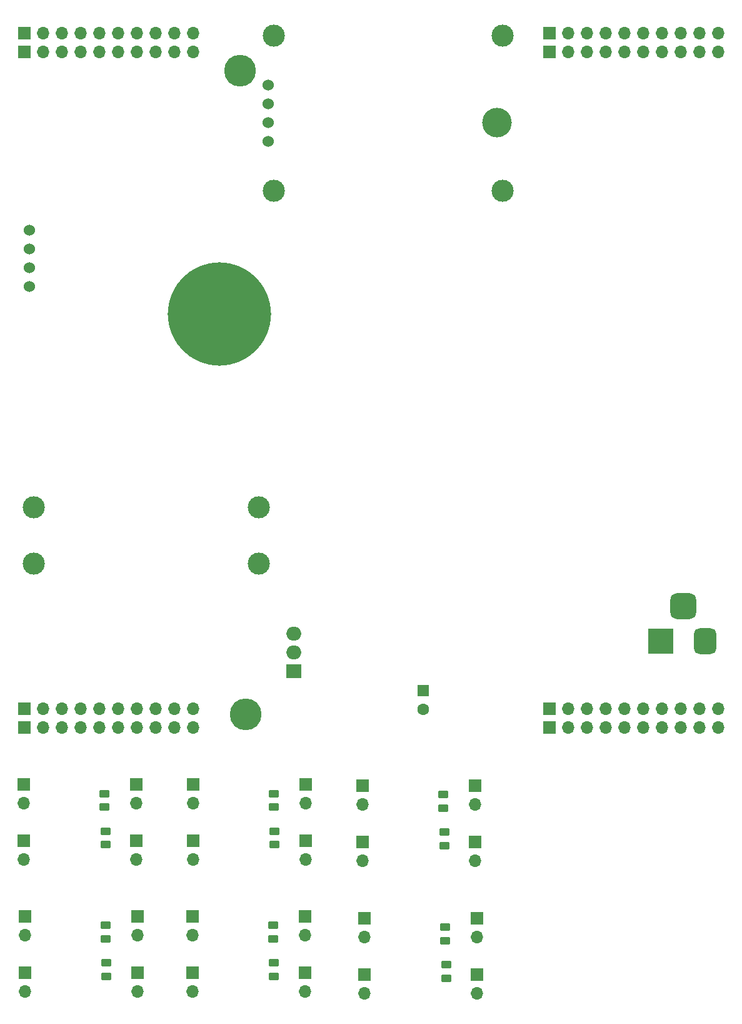
<source format=gbr>
%TF.GenerationSoftware,KiCad,Pcbnew,6.0.7-f9a2dced07~116~ubuntu20.04.1*%
%TF.CreationDate,2022-10-31T15:28:57+01:00*%
%TF.ProjectId,av_citynode_hw,61765f63-6974-4796-9e6f-64655f68772e,rev?*%
%TF.SameCoordinates,Original*%
%TF.FileFunction,Soldermask,Bot*%
%TF.FilePolarity,Negative*%
%FSLAX46Y46*%
G04 Gerber Fmt 4.6, Leading zero omitted, Abs format (unit mm)*
G04 Created by KiCad (PCBNEW 6.0.7-f9a2dced07~116~ubuntu20.04.1) date 2022-10-31 15:28:57*
%MOMM*%
%LPD*%
G01*
G04 APERTURE LIST*
G04 Aperture macros list*
%AMRoundRect*
0 Rectangle with rounded corners*
0 $1 Rounding radius*
0 $2 $3 $4 $5 $6 $7 $8 $9 X,Y pos of 4 corners*
0 Add a 4 corners polygon primitive as box body*
4,1,4,$2,$3,$4,$5,$6,$7,$8,$9,$2,$3,0*
0 Add four circle primitives for the rounded corners*
1,1,$1+$1,$2,$3*
1,1,$1+$1,$4,$5*
1,1,$1+$1,$6,$7*
1,1,$1+$1,$8,$9*
0 Add four rect primitives between the rounded corners*
20,1,$1+$1,$2,$3,$4,$5,0*
20,1,$1+$1,$4,$5,$6,$7,0*
20,1,$1+$1,$6,$7,$8,$9,0*
20,1,$1+$1,$8,$9,$2,$3,0*%
G04 Aperture macros list end*
%ADD10R,1.700000X1.700000*%
%ADD11O,1.700000X1.700000*%
%ADD12C,4.300000*%
%ADD13C,3.000000*%
%ADD14C,14.000000*%
%ADD15C,1.524000*%
%ADD16R,2.000000X1.905000*%
%ADD17O,2.000000X1.905000*%
%ADD18C,4.000000*%
%ADD19R,1.600000X1.600000*%
%ADD20C,1.600000*%
%ADD21R,3.500000X3.500000*%
%ADD22RoundRect,0.750000X0.750000X1.000000X-0.750000X1.000000X-0.750000X-1.000000X0.750000X-1.000000X0*%
%ADD23RoundRect,0.875000X0.875000X0.875000X-0.875000X0.875000X-0.875000X-0.875000X0.875000X-0.875000X0*%
%ADD24RoundRect,0.250000X0.450000X-0.262500X0.450000X0.262500X-0.450000X0.262500X-0.450000X-0.262500X0*%
%ADD25RoundRect,0.250000X-0.450000X0.262500X-0.450000X-0.262500X0.450000X-0.262500X0.450000X0.262500X0*%
G04 APERTURE END LIST*
D10*
%TO.C,J10*%
X1815500Y22126000D03*
D11*
X4355500Y22126000D03*
X6895500Y22126000D03*
X9435500Y22126000D03*
X11975500Y22126000D03*
X14515500Y22126000D03*
X17055500Y22126000D03*
X19595500Y22126000D03*
X22135500Y22126000D03*
X24675500Y22126000D03*
%TD*%
D10*
%TO.C,J11*%
X72935500Y-71854000D03*
D11*
X75475500Y-71854000D03*
X78015500Y-71854000D03*
X80555500Y-71854000D03*
X83095500Y-71854000D03*
X85635500Y-71854000D03*
X88175500Y-71854000D03*
X90715500Y-71854000D03*
X93255500Y-71854000D03*
X95795500Y-71854000D03*
%TD*%
D12*
%TO.C,H5*%
X31025500Y17046000D03*
%TD*%
D10*
%TO.C,J17*%
X1815500Y19586000D03*
D11*
X4355500Y19586000D03*
X6895500Y19586000D03*
X9435500Y19586000D03*
X11975500Y19586000D03*
X14515500Y19586000D03*
X17055500Y19586000D03*
X19595500Y19586000D03*
X22135500Y19586000D03*
X24675500Y19586000D03*
%TD*%
D13*
%TO.C,U5*%
X33565500Y-49629000D03*
X33565500Y-42009000D03*
X3085500Y-42009000D03*
X3085500Y-49629000D03*
%TD*%
D10*
%TO.C,J19*%
X1815500Y-69314000D03*
D11*
X4355500Y-69314000D03*
X6895500Y-69314000D03*
X9435500Y-69314000D03*
X11975500Y-69314000D03*
X14515500Y-69314000D03*
X17055500Y-69314000D03*
X19595500Y-69314000D03*
X22135500Y-69314000D03*
X24675500Y-69314000D03*
%TD*%
D14*
%TO.C,H8*%
X28180700Y-15872400D03*
%TD*%
D10*
%TO.C,J12*%
X1815500Y-71854000D03*
D11*
X4355500Y-71854000D03*
X6895500Y-71854000D03*
X9435500Y-71854000D03*
X11975500Y-71854000D03*
X14515500Y-71854000D03*
X17055500Y-71854000D03*
X19595500Y-71854000D03*
X22135500Y-71854000D03*
X24675500Y-71854000D03*
%TD*%
D15*
%TO.C,U4*%
X2450500Y-4544000D03*
X2450500Y-7084000D03*
X2450500Y-9624000D03*
X2450500Y-12164000D03*
%TD*%
D10*
%TO.C,J16*%
X72935500Y19586000D03*
D11*
X75475500Y19586000D03*
X78015500Y19586000D03*
X80555500Y19586000D03*
X83095500Y19586000D03*
X85635500Y19586000D03*
X88175500Y19586000D03*
X90715500Y19586000D03*
X93255500Y19586000D03*
X95795500Y19586000D03*
%TD*%
D10*
%TO.C,J18*%
X72935500Y-69314000D03*
D11*
X75475500Y-69314000D03*
X78015500Y-69314000D03*
X80555500Y-69314000D03*
X83095500Y-69314000D03*
X85635500Y-69314000D03*
X88175500Y-69314000D03*
X90715500Y-69314000D03*
X93255500Y-69314000D03*
X95795500Y-69314000D03*
%TD*%
D16*
%TO.C,U8*%
X38320500Y-64234000D03*
D17*
X38320500Y-61694000D03*
X38320500Y-59154000D03*
%TD*%
D12*
%TO.C,H6*%
X31787500Y-70076000D03*
%TD*%
D13*
%TO.C,U14*%
X66585500Y21831000D03*
X35585500Y831000D03*
X35585500Y21831000D03*
D18*
X65835500Y10081000D03*
D13*
X66585500Y831000D03*
D15*
X34835500Y15141000D03*
X34835500Y12601000D03*
X34835500Y10061000D03*
X34835500Y7521000D03*
%TD*%
D19*
%TO.C,C20*%
X55790500Y-66838888D03*
D20*
X55790500Y-69338888D03*
%TD*%
D21*
%TO.C,J8*%
X88017500Y-60111500D03*
D22*
X94017500Y-60111500D03*
D23*
X91017500Y-55411500D03*
%TD*%
D10*
%TO.C,J9*%
X72935500Y22126000D03*
D11*
X75475500Y22126000D03*
X78015500Y22126000D03*
X80555500Y22126000D03*
X83095500Y22126000D03*
X85635500Y22126000D03*
X88175500Y22126000D03*
X90715500Y22126000D03*
X93255500Y22126000D03*
X95795500Y22126000D03*
%TD*%
D10*
%TO.C,J4*%
X24536000Y-104989000D03*
D11*
X24536000Y-107529000D03*
%TD*%
D24*
%TO.C,R1*%
X35585000Y-105497000D03*
X35585000Y-103672000D03*
%TD*%
D10*
%TO.C,J3*%
X47858000Y-97654000D03*
D11*
X47858000Y-100194000D03*
%TD*%
D10*
%TO.C,J2*%
X39776000Y-104989000D03*
D11*
X39776000Y-107529000D03*
%TD*%
D25*
%TO.C,R2*%
X12758000Y-98592000D03*
X12758000Y-100417000D03*
%TD*%
D10*
%TO.C,J1*%
X39776000Y-97369000D03*
D11*
X39776000Y-99909000D03*
%TD*%
D10*
%TO.C,J3*%
X1736000Y-79569000D03*
D11*
X1736000Y-82109000D03*
%TD*%
D10*
%TO.C,J2*%
X17076000Y-104989000D03*
D11*
X17076000Y-107529000D03*
%TD*%
D24*
%TO.C,R1*%
X58907000Y-105782000D03*
X58907000Y-103957000D03*
%TD*%
%TO.C,R1*%
X58685000Y-87797000D03*
X58685000Y-85972000D03*
%TD*%
D10*
%TO.C,J3*%
X24536000Y-97369000D03*
D11*
X24536000Y-99909000D03*
%TD*%
D10*
%TO.C,J3*%
X24636000Y-79569000D03*
D11*
X24636000Y-82109000D03*
%TD*%
D24*
%TO.C,R1*%
X12885000Y-105497000D03*
X12885000Y-103672000D03*
%TD*%
D10*
%TO.C,J4*%
X1736000Y-87189000D03*
D11*
X1736000Y-89729000D03*
%TD*%
D10*
%TO.C,J1*%
X39876000Y-79569000D03*
D11*
X39876000Y-82109000D03*
%TD*%
D25*
%TO.C,R2*%
X35458000Y-98592000D03*
X35458000Y-100417000D03*
%TD*%
D10*
%TO.C,J3*%
X1836000Y-97369000D03*
D11*
X1836000Y-99909000D03*
%TD*%
D10*
%TO.C,J4*%
X47636000Y-87289000D03*
D11*
X47636000Y-89829000D03*
%TD*%
D10*
%TO.C,J2*%
X63098000Y-105274000D03*
D11*
X63098000Y-107814000D03*
%TD*%
D10*
%TO.C,J4*%
X24636000Y-87189000D03*
D11*
X24636000Y-89729000D03*
%TD*%
D25*
%TO.C,R2*%
X12658000Y-80792000D03*
X12658000Y-82617000D03*
%TD*%
D10*
%TO.C,J1*%
X63098000Y-97654000D03*
D11*
X63098000Y-100194000D03*
%TD*%
D10*
%TO.C,J1*%
X17076000Y-97369000D03*
D11*
X17076000Y-99909000D03*
%TD*%
D10*
%TO.C,J2*%
X16976000Y-87189000D03*
D11*
X16976000Y-89729000D03*
%TD*%
D10*
%TO.C,J2*%
X39876000Y-87189000D03*
D11*
X39876000Y-89729000D03*
%TD*%
D10*
%TO.C,J2*%
X62876000Y-87289000D03*
D11*
X62876000Y-89829000D03*
%TD*%
D25*
%TO.C,R2*%
X58558000Y-80892000D03*
X58558000Y-82717000D03*
%TD*%
D10*
%TO.C,J4*%
X47858000Y-105274000D03*
D11*
X47858000Y-107814000D03*
%TD*%
D10*
%TO.C,J4*%
X1836000Y-104989000D03*
D11*
X1836000Y-107529000D03*
%TD*%
D24*
%TO.C,R1*%
X12785000Y-87697000D03*
X12785000Y-85872000D03*
%TD*%
%TO.C,R1*%
X35685000Y-87697000D03*
X35685000Y-85872000D03*
%TD*%
D10*
%TO.C,J3*%
X47636000Y-79669000D03*
D11*
X47636000Y-82209000D03*
%TD*%
D10*
%TO.C,J1*%
X62876000Y-79669000D03*
D11*
X62876000Y-82209000D03*
%TD*%
D10*
%TO.C,J1*%
X16976000Y-79569000D03*
D11*
X16976000Y-82109000D03*
%TD*%
D25*
%TO.C,R2*%
X35558000Y-80792000D03*
X35558000Y-82617000D03*
%TD*%
%TO.C,R2*%
X58780000Y-98877000D03*
X58780000Y-100702000D03*
%TD*%
M02*

</source>
